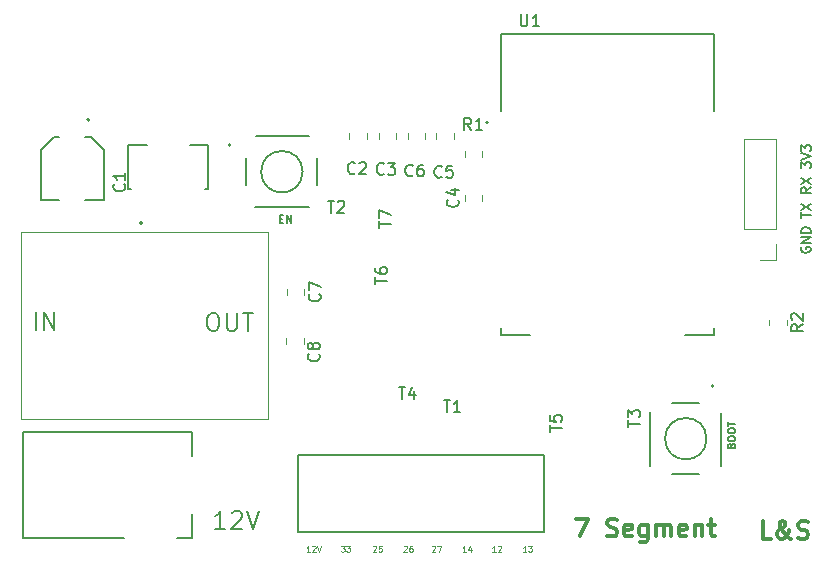
<source format=gto>
G04 #@! TF.GenerationSoftware,KiCad,Pcbnew,(6.0.4)*
G04 #@! TF.CreationDate,2022-04-15T12:43:22+02:00*
G04 #@! TF.ProjectId,7segments_beide_groundplane,37736567-6d65-46e7-9473-5f6265696465,rev?*
G04 #@! TF.SameCoordinates,Original*
G04 #@! TF.FileFunction,Legend,Top*
G04 #@! TF.FilePolarity,Positive*
%FSLAX46Y46*%
G04 Gerber Fmt 4.6, Leading zero omitted, Abs format (unit mm)*
G04 Created by KiCad (PCBNEW (6.0.4)) date 2022-04-15 12:43:22*
%MOMM*%
%LPD*%
G01*
G04 APERTURE LIST*
%ADD10C,0.200000*%
%ADD11C,0.125000*%
%ADD12C,0.375000*%
%ADD13C,0.300000*%
%ADD14C,0.150000*%
%ADD15C,0.120000*%
%ADD16C,0.127000*%
G04 APERTURE END LIST*
D10*
X123850000Y-101028571D02*
X124135714Y-101028571D01*
X124278571Y-101100000D01*
X124421428Y-101242857D01*
X124492857Y-101528571D01*
X124492857Y-102028571D01*
X124421428Y-102314285D01*
X124278571Y-102457142D01*
X124135714Y-102528571D01*
X123850000Y-102528571D01*
X123707142Y-102457142D01*
X123564285Y-102314285D01*
X123492857Y-102028571D01*
X123492857Y-101528571D01*
X123564285Y-101242857D01*
X123707142Y-101100000D01*
X123850000Y-101028571D01*
X125135714Y-101028571D02*
X125135714Y-102242857D01*
X125207142Y-102385714D01*
X125278571Y-102457142D01*
X125421428Y-102528571D01*
X125707142Y-102528571D01*
X125850000Y-102457142D01*
X125921428Y-102385714D01*
X125992857Y-102242857D01*
X125992857Y-101028571D01*
X126492857Y-101028571D02*
X127350000Y-101028571D01*
X126921428Y-102528571D02*
X126921428Y-101028571D01*
D11*
X137519047Y-120773809D02*
X137542857Y-120750000D01*
X137590476Y-120726190D01*
X137709523Y-120726190D01*
X137757142Y-120750000D01*
X137780952Y-120773809D01*
X137804761Y-120821428D01*
X137804761Y-120869047D01*
X137780952Y-120940476D01*
X137495238Y-121226190D01*
X137804761Y-121226190D01*
X138257142Y-120726190D02*
X138019047Y-120726190D01*
X137995238Y-120964285D01*
X138019047Y-120940476D01*
X138066666Y-120916666D01*
X138185714Y-120916666D01*
X138233333Y-120940476D01*
X138257142Y-120964285D01*
X138280952Y-121011904D01*
X138280952Y-121130952D01*
X138257142Y-121178571D01*
X138233333Y-121202380D01*
X138185714Y-121226190D01*
X138066666Y-121226190D01*
X138019047Y-121202380D01*
X137995238Y-121178571D01*
X150504761Y-121226190D02*
X150219047Y-121226190D01*
X150361904Y-121226190D02*
X150361904Y-120726190D01*
X150314285Y-120797619D01*
X150266666Y-120845238D01*
X150219047Y-120869047D01*
X150671428Y-120726190D02*
X150980952Y-120726190D01*
X150814285Y-120916666D01*
X150885714Y-120916666D01*
X150933333Y-120940476D01*
X150957142Y-120964285D01*
X150980952Y-121011904D01*
X150980952Y-121130952D01*
X150957142Y-121178571D01*
X150933333Y-121202380D01*
X150885714Y-121226190D01*
X150742857Y-121226190D01*
X150695238Y-121202380D01*
X150671428Y-121178571D01*
X145404761Y-121226190D02*
X145119047Y-121226190D01*
X145261904Y-121226190D02*
X145261904Y-120726190D01*
X145214285Y-120797619D01*
X145166666Y-120845238D01*
X145119047Y-120869047D01*
X145833333Y-120892857D02*
X145833333Y-121226190D01*
X145714285Y-120702380D02*
X145595238Y-121059523D01*
X145904761Y-121059523D01*
X134795238Y-120726190D02*
X135104761Y-120726190D01*
X134938095Y-120916666D01*
X135009523Y-120916666D01*
X135057142Y-120940476D01*
X135080952Y-120964285D01*
X135104761Y-121011904D01*
X135104761Y-121130952D01*
X135080952Y-121178571D01*
X135057142Y-121202380D01*
X135009523Y-121226190D01*
X134866666Y-121226190D01*
X134819047Y-121202380D01*
X134795238Y-121178571D01*
X135271428Y-120726190D02*
X135580952Y-120726190D01*
X135414285Y-120916666D01*
X135485714Y-120916666D01*
X135533333Y-120940476D01*
X135557142Y-120964285D01*
X135580952Y-121011904D01*
X135580952Y-121130952D01*
X135557142Y-121178571D01*
X135533333Y-121202380D01*
X135485714Y-121226190D01*
X135342857Y-121226190D01*
X135295238Y-121202380D01*
X135271428Y-121178571D01*
D12*
X154692857Y-118428571D02*
X155692857Y-118428571D01*
X155050000Y-119928571D01*
X157335714Y-119857142D02*
X157550000Y-119928571D01*
X157907142Y-119928571D01*
X158050000Y-119857142D01*
X158121428Y-119785714D01*
X158192857Y-119642857D01*
X158192857Y-119500000D01*
X158121428Y-119357142D01*
X158050000Y-119285714D01*
X157907142Y-119214285D01*
X157621428Y-119142857D01*
X157478571Y-119071428D01*
X157407142Y-119000000D01*
X157335714Y-118857142D01*
X157335714Y-118714285D01*
X157407142Y-118571428D01*
X157478571Y-118500000D01*
X157621428Y-118428571D01*
X157978571Y-118428571D01*
X158192857Y-118500000D01*
X159407142Y-119857142D02*
X159264285Y-119928571D01*
X158978571Y-119928571D01*
X158835714Y-119857142D01*
X158764285Y-119714285D01*
X158764285Y-119142857D01*
X158835714Y-119000000D01*
X158978571Y-118928571D01*
X159264285Y-118928571D01*
X159407142Y-119000000D01*
X159478571Y-119142857D01*
X159478571Y-119285714D01*
X158764285Y-119428571D01*
X160764285Y-118928571D02*
X160764285Y-120142857D01*
X160692857Y-120285714D01*
X160621428Y-120357142D01*
X160478571Y-120428571D01*
X160264285Y-120428571D01*
X160121428Y-120357142D01*
X160764285Y-119857142D02*
X160621428Y-119928571D01*
X160335714Y-119928571D01*
X160192857Y-119857142D01*
X160121428Y-119785714D01*
X160050000Y-119642857D01*
X160050000Y-119214285D01*
X160121428Y-119071428D01*
X160192857Y-119000000D01*
X160335714Y-118928571D01*
X160621428Y-118928571D01*
X160764285Y-119000000D01*
X161478571Y-119928571D02*
X161478571Y-118928571D01*
X161478571Y-119071428D02*
X161550000Y-119000000D01*
X161692857Y-118928571D01*
X161907142Y-118928571D01*
X162050000Y-119000000D01*
X162121428Y-119142857D01*
X162121428Y-119928571D01*
X162121428Y-119142857D02*
X162192857Y-119000000D01*
X162335714Y-118928571D01*
X162550000Y-118928571D01*
X162692857Y-119000000D01*
X162764285Y-119142857D01*
X162764285Y-119928571D01*
X164050000Y-119857142D02*
X163907142Y-119928571D01*
X163621428Y-119928571D01*
X163478571Y-119857142D01*
X163407142Y-119714285D01*
X163407142Y-119142857D01*
X163478571Y-119000000D01*
X163621428Y-118928571D01*
X163907142Y-118928571D01*
X164050000Y-119000000D01*
X164121428Y-119142857D01*
X164121428Y-119285714D01*
X163407142Y-119428571D01*
X164764285Y-118928571D02*
X164764285Y-119928571D01*
X164764285Y-119071428D02*
X164835714Y-119000000D01*
X164978571Y-118928571D01*
X165192857Y-118928571D01*
X165335714Y-119000000D01*
X165407142Y-119142857D01*
X165407142Y-119928571D01*
X165907142Y-118928571D02*
X166478571Y-118928571D01*
X166121428Y-118428571D02*
X166121428Y-119714285D01*
X166192857Y-119857142D01*
X166335714Y-119928571D01*
X166478571Y-119928571D01*
D13*
X171221428Y-120128571D02*
X170507142Y-120128571D01*
X170507142Y-118628571D01*
X172935714Y-120128571D02*
X172864285Y-120128571D01*
X172721428Y-120057142D01*
X172507142Y-119842857D01*
X172150000Y-119414285D01*
X172007142Y-119200000D01*
X171935714Y-118985714D01*
X171935714Y-118842857D01*
X172007142Y-118700000D01*
X172150000Y-118628571D01*
X172221428Y-118628571D01*
X172364285Y-118700000D01*
X172435714Y-118842857D01*
X172435714Y-118914285D01*
X172364285Y-119057142D01*
X172292857Y-119128571D01*
X171864285Y-119414285D01*
X171792857Y-119485714D01*
X171721428Y-119628571D01*
X171721428Y-119842857D01*
X171792857Y-119985714D01*
X171864285Y-120057142D01*
X172007142Y-120128571D01*
X172221428Y-120128571D01*
X172364285Y-120057142D01*
X172435714Y-119985714D01*
X172650000Y-119700000D01*
X172721428Y-119485714D01*
X172721428Y-119342857D01*
X173507142Y-120057142D02*
X173721428Y-120128571D01*
X174078571Y-120128571D01*
X174221428Y-120057142D01*
X174292857Y-119985714D01*
X174364285Y-119842857D01*
X174364285Y-119700000D01*
X174292857Y-119557142D01*
X174221428Y-119485714D01*
X174078571Y-119414285D01*
X173792857Y-119342857D01*
X173650000Y-119271428D01*
X173578571Y-119200000D01*
X173507142Y-119057142D01*
X173507142Y-118914285D01*
X173578571Y-118771428D01*
X173650000Y-118700000D01*
X173792857Y-118628571D01*
X174150000Y-118628571D01*
X174364285Y-118700000D01*
D11*
X142519047Y-120773809D02*
X142542857Y-120750000D01*
X142590476Y-120726190D01*
X142709523Y-120726190D01*
X142757142Y-120750000D01*
X142780952Y-120773809D01*
X142804761Y-120821428D01*
X142804761Y-120869047D01*
X142780952Y-120940476D01*
X142495238Y-121226190D01*
X142804761Y-121226190D01*
X142971428Y-120726190D02*
X143304761Y-120726190D01*
X143090476Y-121226190D01*
D14*
X173800000Y-95445238D02*
X173761904Y-95521428D01*
X173761904Y-95635714D01*
X173800000Y-95750000D01*
X173876190Y-95826190D01*
X173952380Y-95864285D01*
X174104761Y-95902380D01*
X174219047Y-95902380D01*
X174371428Y-95864285D01*
X174447619Y-95826190D01*
X174523809Y-95750000D01*
X174561904Y-95635714D01*
X174561904Y-95559523D01*
X174523809Y-95445238D01*
X174485714Y-95407142D01*
X174219047Y-95407142D01*
X174219047Y-95559523D01*
X174561904Y-95064285D02*
X173761904Y-95064285D01*
X174561904Y-94607142D01*
X173761904Y-94607142D01*
X174561904Y-94226190D02*
X173761904Y-94226190D01*
X173761904Y-94035714D01*
X173800000Y-93921428D01*
X173876190Y-93845238D01*
X173952380Y-93807142D01*
X174104761Y-93769047D01*
X174219047Y-93769047D01*
X174371428Y-93807142D01*
X174447619Y-93845238D01*
X174523809Y-93921428D01*
X174561904Y-94035714D01*
X174561904Y-94226190D01*
X173761904Y-92930952D02*
X173761904Y-92473809D01*
X174561904Y-92702380D02*
X173761904Y-92702380D01*
X173761904Y-92283333D02*
X174561904Y-91750000D01*
X173761904Y-91750000D02*
X174561904Y-92283333D01*
X174561904Y-90378571D02*
X174180952Y-90645238D01*
X174561904Y-90835714D02*
X173761904Y-90835714D01*
X173761904Y-90530952D01*
X173800000Y-90454761D01*
X173838095Y-90416666D01*
X173914285Y-90378571D01*
X174028571Y-90378571D01*
X174104761Y-90416666D01*
X174142857Y-90454761D01*
X174180952Y-90530952D01*
X174180952Y-90835714D01*
X173761904Y-90111904D02*
X174561904Y-89578571D01*
X173761904Y-89578571D02*
X174561904Y-90111904D01*
X173761904Y-88740476D02*
X173761904Y-88245238D01*
X174066666Y-88511904D01*
X174066666Y-88397619D01*
X174104761Y-88321428D01*
X174142857Y-88283333D01*
X174219047Y-88245238D01*
X174409523Y-88245238D01*
X174485714Y-88283333D01*
X174523809Y-88321428D01*
X174561904Y-88397619D01*
X174561904Y-88626190D01*
X174523809Y-88702380D01*
X174485714Y-88740476D01*
X173761904Y-88016666D02*
X174561904Y-87750000D01*
X173761904Y-87483333D01*
X173761904Y-87292857D02*
X173761904Y-86797619D01*
X174066666Y-87064285D01*
X174066666Y-86950000D01*
X174104761Y-86873809D01*
X174142857Y-86835714D01*
X174219047Y-86797619D01*
X174409523Y-86797619D01*
X174485714Y-86835714D01*
X174523809Y-86873809D01*
X174561904Y-86950000D01*
X174561904Y-87178571D01*
X174523809Y-87254761D01*
X174485714Y-87292857D01*
D11*
X140119047Y-120773809D02*
X140142857Y-120750000D01*
X140190476Y-120726190D01*
X140309523Y-120726190D01*
X140357142Y-120750000D01*
X140380952Y-120773809D01*
X140404761Y-120821428D01*
X140404761Y-120869047D01*
X140380952Y-120940476D01*
X140095238Y-121226190D01*
X140404761Y-121226190D01*
X140833333Y-120726190D02*
X140738095Y-120726190D01*
X140690476Y-120750000D01*
X140666666Y-120773809D01*
X140619047Y-120845238D01*
X140595238Y-120940476D01*
X140595238Y-121130952D01*
X140619047Y-121178571D01*
X140642857Y-121202380D01*
X140690476Y-121226190D01*
X140785714Y-121226190D01*
X140833333Y-121202380D01*
X140857142Y-121178571D01*
X140880952Y-121130952D01*
X140880952Y-121011904D01*
X140857142Y-120964285D01*
X140833333Y-120940476D01*
X140785714Y-120916666D01*
X140690476Y-120916666D01*
X140642857Y-120940476D01*
X140619047Y-120964285D01*
X140595238Y-121011904D01*
D10*
X108964285Y-102428571D02*
X108964285Y-100928571D01*
X109678571Y-102428571D02*
X109678571Y-100928571D01*
X110535714Y-102428571D01*
X110535714Y-100928571D01*
D11*
X147904761Y-121226190D02*
X147619047Y-121226190D01*
X147761904Y-121226190D02*
X147761904Y-120726190D01*
X147714285Y-120797619D01*
X147666666Y-120845238D01*
X147619047Y-120869047D01*
X148095238Y-120773809D02*
X148119047Y-120750000D01*
X148166666Y-120726190D01*
X148285714Y-120726190D01*
X148333333Y-120750000D01*
X148357142Y-120773809D01*
X148380952Y-120821428D01*
X148380952Y-120869047D01*
X148357142Y-120940476D01*
X148071428Y-121226190D01*
X148380952Y-121226190D01*
D10*
X125021428Y-119278571D02*
X124164285Y-119278571D01*
X124592857Y-119278571D02*
X124592857Y-117778571D01*
X124450000Y-117992857D01*
X124307142Y-118135714D01*
X124164285Y-118207142D01*
X125592857Y-117921428D02*
X125664285Y-117850000D01*
X125807142Y-117778571D01*
X126164285Y-117778571D01*
X126307142Y-117850000D01*
X126378571Y-117921428D01*
X126450000Y-118064285D01*
X126450000Y-118207142D01*
X126378571Y-118421428D01*
X125521428Y-119278571D01*
X126450000Y-119278571D01*
X126878571Y-117778571D02*
X127378571Y-119278571D01*
X127878571Y-117778571D01*
D11*
X132190476Y-121226190D02*
X131904761Y-121226190D01*
X132047619Y-121226190D02*
X132047619Y-120726190D01*
X132000000Y-120797619D01*
X131952380Y-120845238D01*
X131904761Y-120869047D01*
X132380952Y-120773809D02*
X132404761Y-120750000D01*
X132452380Y-120726190D01*
X132571428Y-120726190D01*
X132619047Y-120750000D01*
X132642857Y-120773809D01*
X132666666Y-120821428D01*
X132666666Y-120869047D01*
X132642857Y-120940476D01*
X132357142Y-121226190D01*
X132666666Y-121226190D01*
X132809523Y-120726190D02*
X132976190Y-121226190D01*
X133142857Y-120726190D01*
D14*
X152501768Y-111062756D02*
X152501768Y-110490689D01*
X153502886Y-110776722D02*
X152501768Y-110776722D01*
X152501768Y-109680260D02*
X152501768Y-110156983D01*
X152978491Y-110204655D01*
X152930819Y-110156983D01*
X152883147Y-110061638D01*
X152883147Y-109823277D01*
X152930819Y-109727932D01*
X152978491Y-109680260D01*
X153073836Y-109632588D01*
X153312197Y-109632588D01*
X153407542Y-109680260D01*
X153455214Y-109727932D01*
X153502886Y-109823277D01*
X153502886Y-110061638D01*
X153455214Y-110156983D01*
X153407542Y-110204655D01*
X140883333Y-89357142D02*
X140835714Y-89404761D01*
X140692857Y-89452380D01*
X140597619Y-89452380D01*
X140454761Y-89404761D01*
X140359523Y-89309523D01*
X140311904Y-89214285D01*
X140264285Y-89023809D01*
X140264285Y-88880952D01*
X140311904Y-88690476D01*
X140359523Y-88595238D01*
X140454761Y-88500000D01*
X140597619Y-88452380D01*
X140692857Y-88452380D01*
X140835714Y-88500000D01*
X140883333Y-88547619D01*
X141740476Y-88452380D02*
X141550000Y-88452380D01*
X141454761Y-88500000D01*
X141407142Y-88547619D01*
X141311904Y-88690476D01*
X141264285Y-88880952D01*
X141264285Y-89261904D01*
X141311904Y-89357142D01*
X141359523Y-89404761D01*
X141454761Y-89452380D01*
X141645238Y-89452380D01*
X141740476Y-89404761D01*
X141788095Y-89357142D01*
X141835714Y-89261904D01*
X141835714Y-89023809D01*
X141788095Y-88928571D01*
X141740476Y-88880952D01*
X141645238Y-88833333D01*
X141454761Y-88833333D01*
X141359523Y-88880952D01*
X141311904Y-88928571D01*
X141264285Y-89023809D01*
X135983333Y-89157142D02*
X135935714Y-89204761D01*
X135792857Y-89252380D01*
X135697619Y-89252380D01*
X135554761Y-89204761D01*
X135459523Y-89109523D01*
X135411904Y-89014285D01*
X135364285Y-88823809D01*
X135364285Y-88680952D01*
X135411904Y-88490476D01*
X135459523Y-88395238D01*
X135554761Y-88300000D01*
X135697619Y-88252380D01*
X135792857Y-88252380D01*
X135935714Y-88300000D01*
X135983333Y-88347619D01*
X136364285Y-88347619D02*
X136411904Y-88300000D01*
X136507142Y-88252380D01*
X136745238Y-88252380D01*
X136840476Y-88300000D01*
X136888095Y-88347619D01*
X136935714Y-88442857D01*
X136935714Y-88538095D01*
X136888095Y-88680952D01*
X136316666Y-89252380D01*
X136935714Y-89252380D01*
X132907142Y-104466666D02*
X132954761Y-104514285D01*
X133002380Y-104657142D01*
X133002380Y-104752380D01*
X132954761Y-104895238D01*
X132859523Y-104990476D01*
X132764285Y-105038095D01*
X132573809Y-105085714D01*
X132430952Y-105085714D01*
X132240476Y-105038095D01*
X132145238Y-104990476D01*
X132050000Y-104895238D01*
X132002380Y-104752380D01*
X132002380Y-104657142D01*
X132050000Y-104514285D01*
X132097619Y-104466666D01*
X132430952Y-103895238D02*
X132383333Y-103990476D01*
X132335714Y-104038095D01*
X132240476Y-104085714D01*
X132192857Y-104085714D01*
X132097619Y-104038095D01*
X132050000Y-103990476D01*
X132002380Y-103895238D01*
X132002380Y-103704761D01*
X132050000Y-103609523D01*
X132097619Y-103561904D01*
X132192857Y-103514285D01*
X132240476Y-103514285D01*
X132335714Y-103561904D01*
X132383333Y-103609523D01*
X132430952Y-103704761D01*
X132430952Y-103895238D01*
X132478571Y-103990476D01*
X132526190Y-104038095D01*
X132621428Y-104085714D01*
X132811904Y-104085714D01*
X132907142Y-104038095D01*
X132954761Y-103990476D01*
X133002380Y-103895238D01*
X133002380Y-103704761D01*
X132954761Y-103609523D01*
X132907142Y-103561904D01*
X132811904Y-103514285D01*
X132621428Y-103514285D01*
X132526190Y-103561904D01*
X132478571Y-103609523D01*
X132430952Y-103704761D01*
X139687243Y-107301768D02*
X140259310Y-107301768D01*
X139973277Y-108302886D02*
X139973277Y-107301768D01*
X141022067Y-107635474D02*
X141022067Y-108302886D01*
X140783706Y-107254096D02*
X140545344Y-107969180D01*
X141165084Y-107969180D01*
X133669243Y-91512168D02*
X134241310Y-91512168D01*
X133955277Y-92513286D02*
X133955277Y-91512168D01*
X134527344Y-91607513D02*
X134575016Y-91559841D01*
X134670361Y-91512168D01*
X134908722Y-91512168D01*
X135004067Y-91559841D01*
X135051739Y-91607513D01*
X135099412Y-91702857D01*
X135099412Y-91798202D01*
X135051739Y-91941219D01*
X134479672Y-92513286D01*
X135099412Y-92513286D01*
X159101768Y-110662756D02*
X159101768Y-110090689D01*
X160102886Y-110376722D02*
X159101768Y-110376722D01*
X159101768Y-109852327D02*
X159101768Y-109232588D01*
X159483147Y-109566294D01*
X159483147Y-109423277D01*
X159530819Y-109327932D01*
X159578491Y-109280260D01*
X159673836Y-109232588D01*
X159912197Y-109232588D01*
X160007542Y-109280260D01*
X160055214Y-109327932D01*
X160102886Y-109423277D01*
X160102886Y-109709310D01*
X160055214Y-109804655D01*
X160007542Y-109852327D01*
X116442142Y-90091666D02*
X116489761Y-90139285D01*
X116537380Y-90282142D01*
X116537380Y-90377380D01*
X116489761Y-90520238D01*
X116394523Y-90615476D01*
X116299285Y-90663095D01*
X116108809Y-90710714D01*
X115965952Y-90710714D01*
X115775476Y-90663095D01*
X115680238Y-90615476D01*
X115585000Y-90520238D01*
X115537380Y-90377380D01*
X115537380Y-90282142D01*
X115585000Y-90139285D01*
X115632619Y-90091666D01*
X116537380Y-89139285D02*
X116537380Y-89710714D01*
X116537380Y-89425000D02*
X115537380Y-89425000D01*
X115680238Y-89520238D01*
X115775476Y-89615476D01*
X115823095Y-89710714D01*
X145833333Y-85502380D02*
X145500000Y-85026190D01*
X145261904Y-85502380D02*
X145261904Y-84502380D01*
X145642857Y-84502380D01*
X145738095Y-84550000D01*
X145785714Y-84597619D01*
X145833333Y-84692857D01*
X145833333Y-84835714D01*
X145785714Y-84930952D01*
X145738095Y-84978571D01*
X145642857Y-85026190D01*
X145261904Y-85026190D01*
X146785714Y-85502380D02*
X146214285Y-85502380D01*
X146500000Y-85502380D02*
X146500000Y-84502380D01*
X146404761Y-84645238D01*
X146309523Y-84740476D01*
X146214285Y-84788095D01*
X143487243Y-108401768D02*
X144059310Y-108401768D01*
X143773277Y-109402886D02*
X143773277Y-108401768D01*
X144917412Y-109402886D02*
X144345344Y-109402886D01*
X144631378Y-109402886D02*
X144631378Y-108401768D01*
X144536033Y-108544785D01*
X144440689Y-108640130D01*
X144345344Y-108687802D01*
X132987142Y-99416666D02*
X133034761Y-99464285D01*
X133082380Y-99607142D01*
X133082380Y-99702380D01*
X133034761Y-99845238D01*
X132939523Y-99940476D01*
X132844285Y-99988095D01*
X132653809Y-100035714D01*
X132510952Y-100035714D01*
X132320476Y-99988095D01*
X132225238Y-99940476D01*
X132130000Y-99845238D01*
X132082380Y-99702380D01*
X132082380Y-99607142D01*
X132130000Y-99464285D01*
X132177619Y-99416666D01*
X132082380Y-99083333D02*
X132082380Y-98416666D01*
X133082380Y-98845238D01*
X138008928Y-93791336D02*
X138008928Y-93219269D01*
X139010046Y-93505302D02*
X138008928Y-93505302D01*
X138008928Y-92980907D02*
X138008928Y-92313495D01*
X139010046Y-92742546D01*
X173902380Y-101979166D02*
X173426190Y-102312500D01*
X173902380Y-102550595D02*
X172902380Y-102550595D01*
X172902380Y-102169642D01*
X172950000Y-102074404D01*
X172997619Y-102026785D01*
X173092857Y-101979166D01*
X173235714Y-101979166D01*
X173330952Y-102026785D01*
X173378571Y-102074404D01*
X173426190Y-102169642D01*
X173426190Y-102550595D01*
X172997619Y-101598214D02*
X172950000Y-101550595D01*
X172902380Y-101455357D01*
X172902380Y-101217261D01*
X172950000Y-101122023D01*
X172997619Y-101074404D01*
X173092857Y-101026785D01*
X173188095Y-101026785D01*
X173330952Y-101074404D01*
X173902380Y-101645833D01*
X173902380Y-101026785D01*
X144677142Y-91416666D02*
X144724761Y-91464285D01*
X144772380Y-91607142D01*
X144772380Y-91702380D01*
X144724761Y-91845238D01*
X144629523Y-91940476D01*
X144534285Y-91988095D01*
X144343809Y-92035714D01*
X144200952Y-92035714D01*
X144010476Y-91988095D01*
X143915238Y-91940476D01*
X143820000Y-91845238D01*
X143772380Y-91702380D01*
X143772380Y-91607142D01*
X143820000Y-91464285D01*
X143867619Y-91416666D01*
X144105714Y-90559523D02*
X144772380Y-90559523D01*
X143724761Y-90797619D02*
X144439047Y-91035714D01*
X144439047Y-90416666D01*
X138433333Y-89207142D02*
X138385714Y-89254761D01*
X138242857Y-89302380D01*
X138147619Y-89302380D01*
X138004761Y-89254761D01*
X137909523Y-89159523D01*
X137861904Y-89064285D01*
X137814285Y-88873809D01*
X137814285Y-88730952D01*
X137861904Y-88540476D01*
X137909523Y-88445238D01*
X138004761Y-88350000D01*
X138147619Y-88302380D01*
X138242857Y-88302380D01*
X138385714Y-88350000D01*
X138433333Y-88397619D01*
X138766666Y-88302380D02*
X139385714Y-88302380D01*
X139052380Y-88683333D01*
X139195238Y-88683333D01*
X139290476Y-88730952D01*
X139338095Y-88778571D01*
X139385714Y-88873809D01*
X139385714Y-89111904D01*
X139338095Y-89207142D01*
X139290476Y-89254761D01*
X139195238Y-89302380D01*
X138909523Y-89302380D01*
X138814285Y-89254761D01*
X138766666Y-89207142D01*
X167854954Y-112255872D02*
X167884984Y-112165780D01*
X167915015Y-112135750D01*
X167975076Y-112105719D01*
X168065168Y-112105719D01*
X168125229Y-112135750D01*
X168155260Y-112165780D01*
X168185290Y-112225842D01*
X168185290Y-112466086D01*
X167554647Y-112466086D01*
X167554647Y-112255872D01*
X167584678Y-112195811D01*
X167614709Y-112165780D01*
X167674770Y-112135750D01*
X167734831Y-112135750D01*
X167794892Y-112165780D01*
X167824923Y-112195811D01*
X167854954Y-112255872D01*
X167854954Y-112466086D01*
X167554647Y-111715321D02*
X167554647Y-111595199D01*
X167584678Y-111535137D01*
X167644739Y-111475076D01*
X167764862Y-111445045D01*
X167975076Y-111445045D01*
X168095199Y-111475076D01*
X168155260Y-111535137D01*
X168185290Y-111595199D01*
X168185290Y-111715321D01*
X168155260Y-111775382D01*
X168095199Y-111835443D01*
X167975076Y-111865474D01*
X167764862Y-111865474D01*
X167644739Y-111835443D01*
X167584678Y-111775382D01*
X167554647Y-111715321D01*
X167554647Y-111054647D02*
X167554647Y-110934525D01*
X167584678Y-110874464D01*
X167644739Y-110814402D01*
X167764862Y-110784372D01*
X167975076Y-110784372D01*
X168095199Y-110814402D01*
X168155260Y-110874464D01*
X168185290Y-110934525D01*
X168185290Y-111054647D01*
X168155260Y-111114709D01*
X168095199Y-111174770D01*
X167975076Y-111204800D01*
X167764862Y-111204800D01*
X167644739Y-111174770D01*
X167584678Y-111114709D01*
X167554647Y-111054647D01*
X167554647Y-110604188D02*
X167554647Y-110243821D01*
X168185290Y-110424004D02*
X167554647Y-110424004D01*
X137701768Y-98562756D02*
X137701768Y-97990689D01*
X138702886Y-98276722D02*
X137701768Y-98276722D01*
X137701768Y-97227932D02*
X137701768Y-97418621D01*
X137749441Y-97513966D01*
X137797113Y-97561638D01*
X137940130Y-97656983D01*
X138130819Y-97704655D01*
X138512197Y-97704655D01*
X138607542Y-97656983D01*
X138655214Y-97609310D01*
X138702886Y-97513966D01*
X138702886Y-97323277D01*
X138655214Y-97227932D01*
X138607542Y-97180260D01*
X138512197Y-97132588D01*
X138273836Y-97132588D01*
X138178491Y-97180260D01*
X138130819Y-97227932D01*
X138083147Y-97323277D01*
X138083147Y-97513966D01*
X138130819Y-97609310D01*
X138178491Y-97656983D01*
X138273836Y-97704655D01*
X143333333Y-89457142D02*
X143285714Y-89504761D01*
X143142857Y-89552380D01*
X143047619Y-89552380D01*
X142904761Y-89504761D01*
X142809523Y-89409523D01*
X142761904Y-89314285D01*
X142714285Y-89123809D01*
X142714285Y-88980952D01*
X142761904Y-88790476D01*
X142809523Y-88695238D01*
X142904761Y-88600000D01*
X143047619Y-88552380D01*
X143142857Y-88552380D01*
X143285714Y-88600000D01*
X143333333Y-88647619D01*
X144238095Y-88552380D02*
X143761904Y-88552380D01*
X143714285Y-89028571D01*
X143761904Y-88980952D01*
X143857142Y-88933333D01*
X144095238Y-88933333D01*
X144190476Y-88980952D01*
X144238095Y-89028571D01*
X144285714Y-89123809D01*
X144285714Y-89361904D01*
X144238095Y-89457142D01*
X144190476Y-89504761D01*
X144095238Y-89552380D01*
X143857142Y-89552380D01*
X143761904Y-89504761D01*
X143714285Y-89457142D01*
X129634525Y-93054954D02*
X129844739Y-93054954D01*
X129934831Y-93385290D02*
X129634525Y-93385290D01*
X129634525Y-92754647D01*
X129934831Y-92754647D01*
X130205107Y-93385290D02*
X130205107Y-92754647D01*
X130565474Y-93385290D01*
X130565474Y-92754647D01*
X150025595Y-75717380D02*
X150025595Y-76526904D01*
X150073214Y-76622142D01*
X150120833Y-76669761D01*
X150216071Y-76717380D01*
X150406547Y-76717380D01*
X150501785Y-76669761D01*
X150549404Y-76622142D01*
X150597023Y-76526904D01*
X150597023Y-75717380D01*
X151597023Y-76717380D02*
X151025595Y-76717380D01*
X151311309Y-76717380D02*
X151311309Y-75717380D01*
X151216071Y-75860238D01*
X151120833Y-75955476D01*
X151025595Y-76003095D01*
D15*
X140465000Y-86311252D02*
X140465000Y-85788748D01*
X141935000Y-86311252D02*
X141935000Y-85788748D01*
D16*
X151962000Y-119550000D02*
X131182000Y-119550000D01*
X151962000Y-113050000D02*
X151962000Y-119550000D01*
X131182000Y-119550000D02*
X131182000Y-113050000D01*
X131182000Y-113050000D02*
X151962000Y-113050000D01*
D15*
X135515000Y-86311252D02*
X135515000Y-85788748D01*
X136985000Y-86311252D02*
X136985000Y-85788748D01*
X131635000Y-103088748D02*
X131635000Y-103611252D01*
X130165000Y-103088748D02*
X130165000Y-103611252D01*
X171630000Y-86250000D02*
X168970000Y-86250000D01*
X171630000Y-93930000D02*
X171630000Y-86250000D01*
X171630000Y-93930000D02*
X168970000Y-93930000D01*
X168970000Y-93930000D02*
X168970000Y-86250000D01*
X171630000Y-95200000D02*
X171630000Y-96530000D01*
X171630000Y-96530000D02*
X170300000Y-96530000D01*
X128627500Y-109987500D02*
X107672500Y-109987500D01*
X107672500Y-109987500D02*
X107672500Y-94112500D01*
X107672500Y-94112500D02*
X128627500Y-94112500D01*
X128627500Y-94112500D02*
X128627500Y-109987500D01*
D16*
X110500000Y-86150000D02*
X109400000Y-87250000D01*
X109400000Y-87250000D02*
X109400000Y-91450000D01*
X109400000Y-91450000D02*
X110930000Y-91450000D01*
X114700000Y-91450000D02*
X114700000Y-87250000D01*
X110930000Y-86150000D02*
X110500000Y-86150000D01*
X114700000Y-87250000D02*
X113600000Y-86150000D01*
X113600000Y-86150000D02*
X113170000Y-86150000D01*
X113170000Y-91450000D02*
X114700000Y-91450000D01*
D10*
X113500000Y-84650000D02*
G75*
G03*
X113500000Y-84650000I-100000J0D01*
G01*
D15*
X146735000Y-87322936D02*
X146735000Y-87777064D01*
X145265000Y-87322936D02*
X145265000Y-87777064D01*
X131685000Y-98988748D02*
X131685000Y-99511252D01*
X130215000Y-98988748D02*
X130215000Y-99511252D01*
D16*
X116790000Y-90546000D02*
X117050000Y-90546000D01*
X123510000Y-90546000D02*
X123510000Y-86826000D01*
X118390000Y-86826000D02*
X116790000Y-86826000D01*
X116790000Y-90546000D02*
X116790000Y-86826000D01*
X123260000Y-90546000D02*
X123510000Y-90546000D01*
X123510000Y-86826000D02*
X122020000Y-86826000D01*
D10*
X117960000Y-93389000D02*
G75*
G03*
X117960000Y-93389000I-100000J0D01*
G01*
D15*
X172535000Y-101585436D02*
X172535000Y-102039564D01*
X171065000Y-101585436D02*
X171065000Y-102039564D01*
X145265000Y-91511252D02*
X145265000Y-90988748D01*
X146735000Y-91511252D02*
X146735000Y-90988748D01*
D10*
X107900000Y-111100000D02*
X107900000Y-120100000D01*
X122200000Y-111100000D02*
X107900000Y-111100000D01*
X122200000Y-120100000D02*
X120950000Y-120100000D01*
X107900000Y-120100000D02*
X116450000Y-120100000D01*
X122200000Y-118050000D02*
X122200000Y-120100000D01*
X122200000Y-113150000D02*
X122200000Y-111100000D01*
D15*
X139485000Y-86311252D02*
X139485000Y-85788748D01*
X138015000Y-86311252D02*
X138015000Y-85788748D01*
D16*
X161005000Y-113950000D02*
X161005000Y-109350000D01*
X165150000Y-114650000D02*
X162850000Y-114650000D01*
X165150000Y-108655000D02*
X162850000Y-108655000D01*
X166995000Y-109450000D02*
X166995000Y-113950000D01*
X165755000Y-111650000D02*
G75*
G03*
X165755000Y-111650000I-1755000J0D01*
G01*
D10*
X166350000Y-107205000D02*
G75*
G03*
X166350000Y-107205000I-100000J0D01*
G01*
D15*
X144335000Y-86311252D02*
X144335000Y-85788748D01*
X142865000Y-86311252D02*
X142865000Y-85788748D01*
D16*
X126805000Y-87900000D02*
X126805000Y-90200000D01*
X127600000Y-86055000D02*
X132100000Y-86055000D01*
X132100000Y-92045000D02*
X127500000Y-92045000D01*
X132800000Y-87900000D02*
X132800000Y-90200000D01*
X131555000Y-89050000D02*
G75*
G03*
X131555000Y-89050000I-1755000J0D01*
G01*
D10*
X125455000Y-86800000D02*
G75*
G03*
X125455000Y-86800000I-100000J0D01*
G01*
D16*
X148362500Y-83900000D02*
X148362500Y-77400000D01*
X163912500Y-102900000D02*
X166362500Y-102900000D01*
X148362500Y-77400000D02*
X166362500Y-77400000D01*
X148362500Y-102250000D02*
X148362500Y-102900000D01*
X166362500Y-77400000D02*
X166362500Y-83900000D01*
X166362500Y-102900000D02*
X166362500Y-102250000D01*
X148362500Y-102900000D02*
X150812500Y-102900000D01*
D10*
X147262500Y-84890000D02*
G75*
G03*
X147262500Y-84890000I-100000J0D01*
G01*
M02*

</source>
